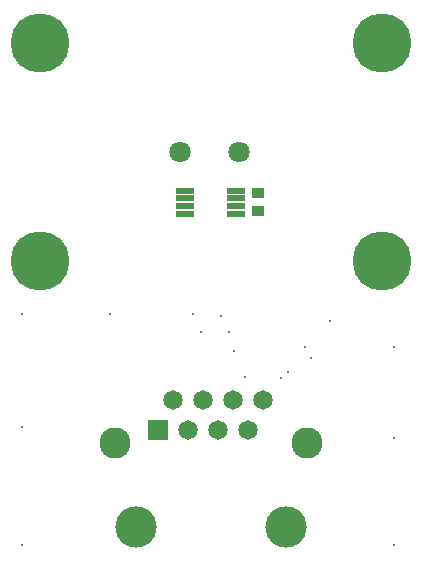
<source format=gbs>
G04*
G04 #@! TF.GenerationSoftware,Altium Limited,Altium Designer,24.5.1 (21)*
G04*
G04 Layer_Color=16711935*
%FSLAX25Y25*%
%MOIN*%
G70*
G04*
G04 #@! TF.SameCoordinates,40B6127D-9DCA-48F2-A9B9-7EA9BB6FB6DE*
G04*
G04*
G04 #@! TF.FilePolarity,Negative*
G04*
G01*
G75*
%ADD22C,0.13792*%
%ADD23C,0.10367*%
%ADD24R,0.06501X0.06501*%
%ADD25C,0.06501*%
%ADD26C,0.19698*%
%ADD27C,0.07099*%
%ADD28C,0.01181*%
%ADD40R,0.06102X0.02165*%
%ADD41R,0.04200X0.03800*%
D22*
X43898Y11811D02*
D03*
X93898D02*
D03*
D23*
X36890Y39803D02*
D03*
X100906D02*
D03*
D24*
X51398Y44291D02*
D03*
D25*
X56398Y54291D02*
D03*
X61398Y44291D02*
D03*
X66398Y54291D02*
D03*
X71398Y44291D02*
D03*
X76398Y54291D02*
D03*
X81398Y44291D02*
D03*
X86398Y54291D02*
D03*
D26*
X11811Y173228D02*
D03*
X125984D02*
D03*
X11811Y100394D02*
D03*
X125984D02*
D03*
D27*
X58661Y136811D02*
D03*
X78347D02*
D03*
D28*
X129921Y41339D02*
D03*
X5906Y45276D02*
D03*
X129921Y5906D02*
D03*
X5906D02*
D03*
Y82677D02*
D03*
X35433D02*
D03*
X62992D02*
D03*
X108661Y80315D02*
D03*
X129921Y71653D02*
D03*
X102362Y68110D02*
D03*
X74803Y76772D02*
D03*
X92126Y61417D02*
D03*
X94488Y63583D02*
D03*
X100394Y71653D02*
D03*
X72441Y82284D02*
D03*
X80315Y61811D02*
D03*
X76772Y70472D02*
D03*
X65748Y76772D02*
D03*
D40*
X60433Y116240D02*
D03*
Y118799D02*
D03*
Y121358D02*
D03*
Y123917D02*
D03*
X77362D02*
D03*
Y121358D02*
D03*
Y118799D02*
D03*
Y116240D02*
D03*
D41*
X84646Y117079D02*
D03*
Y123079D02*
D03*
M02*

</source>
